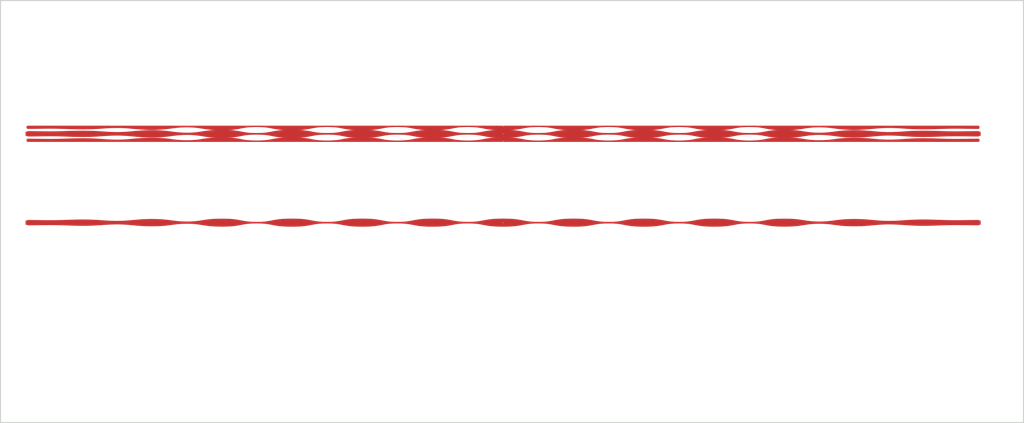
<source format=kicad_pcb>
(kicad_pcb (version 20221018) (generator pcbnew)
  (layers (0 "F.Cu" signal "Dessus.Cu") (31 "B.Cu" signal "Dessous.Cu") (34 "B.Paste" user "Dessous.Pate") (35 "F.Paste" user "Dessus.Pate") (36 "B.SilkS" user "Dessous.SilkS") (37 "F.SilkS" user "Dessus.SilkS") (38 "B.Mask" user "Dessous.Masque") (39 "F.Mask" user "Dessus.Masque") (44 "Edge.Cuts" user "Contours.Ci"))
  (net 0 "")
  (footprint "POLY" (layer "F.Cu") (at 203.2 144.78)
    (fp_text reference "POLY")
    (fp_text value "VAL**")
  )
  (footprint "POLY" (layer "F.Cu") (at 203.2 119.38)
    (fp_text reference "POLY")
    (fp_text value "VAL**")
  )
  (footprint "POLY" (layer "F.Cu") (at 203.18984 121.54408)
    (fp_text reference "POLY")
    (fp_text value "VAL**")
  )
  (footprint "POLY" (layer "F.Cu") (at 203.17968 117.21084)
    (fp_text reference "POLY")
    (fp_text value "VAL**")
  )
  (gr_line (start 59.69 81.28) (end 351.79 81.28) (stroke (width 0.3048)) (layer "Edge.Cuts"))
  (gr_line (start 59.69 201.93) (end 59.69 81.28) (stroke (width 0.3048)) (layer "Edge.Cuts"))
  (gr_line (start 351.79 81.28) (end 351.79 201.93) (stroke (width 0.3048)) (layer "Edge.Cuts"))
  (gr_line (start 351.79 201.93) (end 59.69 201.93) (stroke (width 0.3048)) (layer "Edge.Cuts"))
)
</source>
